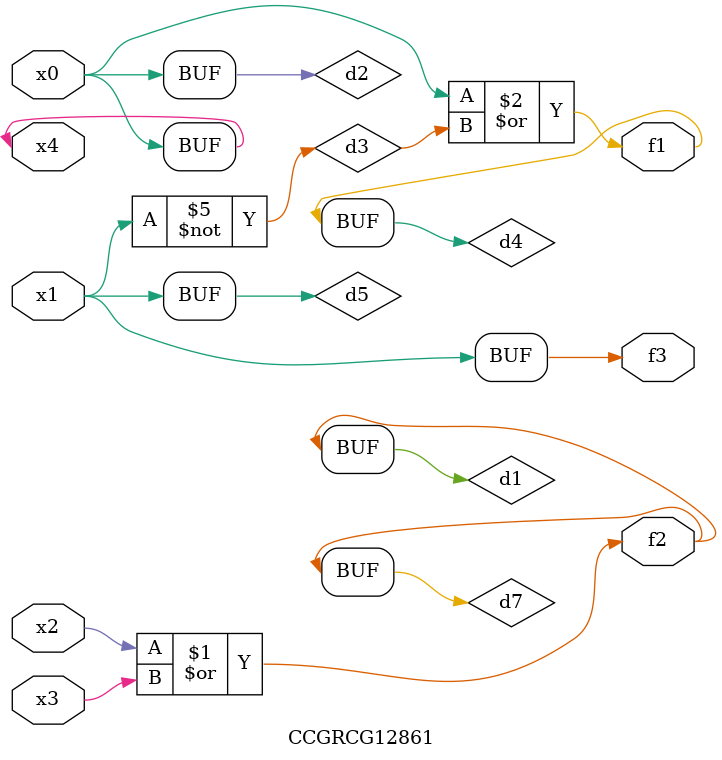
<source format=v>
module CCGRCG12861(
	input x0, x1, x2, x3, x4,
	output f1, f2, f3
);

	wire d1, d2, d3, d4, d5, d6, d7;

	or (d1, x2, x3);
	buf (d2, x0, x4);
	not (d3, x1);
	or (d4, d2, d3);
	not (d5, d3);
	nand (d6, d1, d3);
	or (d7, d1);
	assign f1 = d4;
	assign f2 = d7;
	assign f3 = d5;
endmodule

</source>
